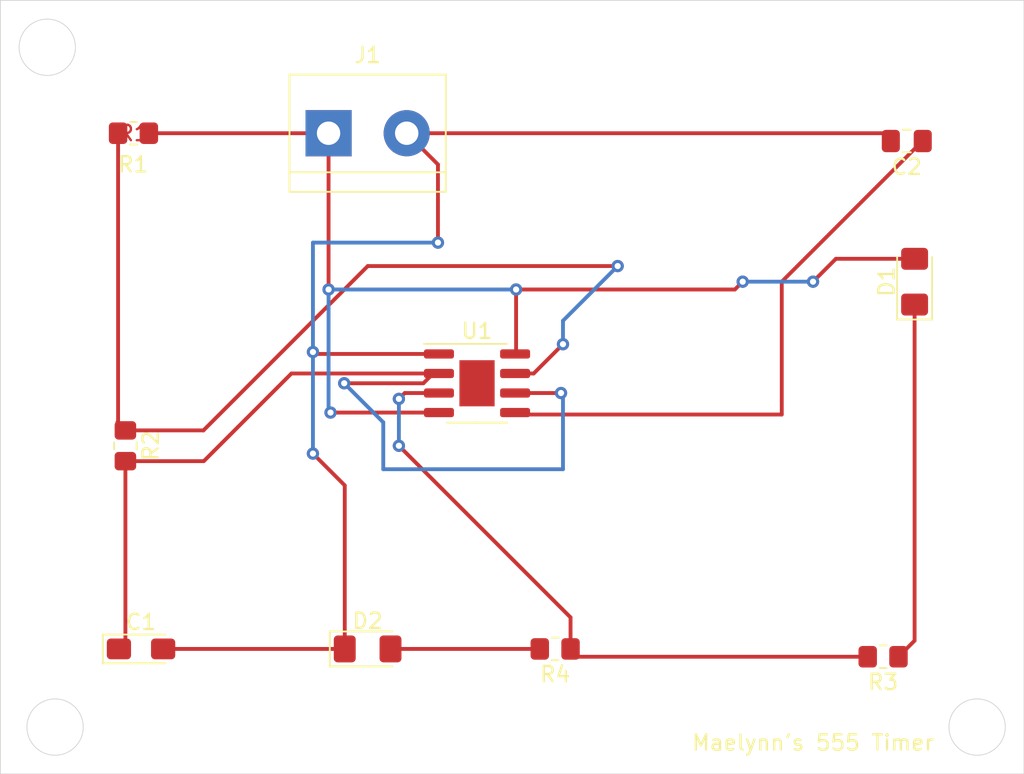
<source format=kicad_pcb>
(kicad_pcb (version 20211014) (generator pcbnew)
  (layers (0 "F.Cu" signal) (31 "B.Cu" signal) (34 "B.Paste" user) (35 "F.Paste" user) (36 "B.SilkS" user "B.Silkscreen") (37 "F.SilkS" user "F.Silkscreen") (38 "B.Mask" user) (39 "F.Mask" user) (44 "Edge.Cuts" user))
  (net 0 "")
  (net 1 "/pin_2")
  (net 2 "GND")
  (net 3 "Net-(C2-Pad1)")
  (net 4 "Net-(D1-Pad1)")
  (net 5 "+9V")
  (net 6 "Net-(D2-Pad2)")
  (net 7 "/pin_7")
  (net 8 "/pin_3")
  (footprint "Resistor_SMD:R_0805_2012Metric_Pad1.20x1.40mm_HandSolder" (layer "F.Cu") (at 180.324 114.808 180)
    (fp_text reference "R3" (at 0 -1.65) (layer "F.SilkS"))
    (fp_text value "1k")
    (fp_line (start -0.227064 -0.735) (end 0.227064 -0.735) (layer "F.SilkS") (width 0.12))
    (fp_line (start -0.227064 0.735) (end 0.227064 0.735) (layer "F.SilkS") (width 0.12))
    (pad "1" smd roundrect (at -1 0 180) (size 1.2 1.4) (layers "F.Cu" "F.Paste" "F.Mask") (roundrect_rratio 0.208333) (net 4 "Net-(D1-Pad1)"))
    (pad "2" smd roundrect (at 1 0 180) (size 1.2 1.4) (layers "F.Cu" "F.Paste" "F.Mask") (roundrect_rratio 0.208333) (net 8 "/pin_3"))
  )
  (footprint "Capacitor_SMD:C_0805_2012Metric_Pad1.18x1.45mm_HandSolder" (layer "F.Cu") (at 181.864 81.28 180)
    (fp_text reference "C2" (at 0 -1.68) (layer "F.SilkS"))
    (fp_text value "0.01 μF")
    (fp_line (start -0.261252 0.735) (end 0.261252 0.735) (layer "F.SilkS") (width 0.12))
    (fp_line (start -0.261252 -0.735) (end 0.261252 -0.735) (layer "F.SilkS") (width 0.12))
    (pad "1" smd roundrect (at -1.0375 0 180) (size 1.175 1.45) (layers "F.Cu" "F.Paste" "F.Mask") (roundrect_rratio 0.212766) (net 3 "Net-(C2-Pad1)"))
    (pad "2" smd roundrect (at 1.0375 0 180) (size 1.175 1.45) (layers "F.Cu" "F.Paste" "F.Mask") (roundrect_rratio 0.212766) (net 2 "GND"))
  )
  (footprint "Resistor_SMD:R_0805_2012Metric_Pad1.20x1.40mm_HandSolder" (layer "F.Cu") (at 159.004 114.3 180)
    (fp_text reference "R4" (at 0 -1.65) (layer "F.SilkS"))
    (fp_text value "1k")
    (fp_line (start -0.227064 0.735) (end 0.227064 0.735) (layer "F.SilkS") (width 0.12))
    (fp_line (start -0.227064 -0.735) (end 0.227064 -0.735) (layer "F.SilkS") (width 0.12))
    (pad "1" smd roundrect (at -1 0 180) (size 1.2 1.4) (layers "F.Cu" "F.Paste" "F.Mask") (roundrect_rratio 0.208333) (net 8 "/pin_3"))
    (pad "2" smd roundrect (at 1 0 180) (size 1.2 1.4) (layers "F.Cu" "F.Paste" "F.Mask") (roundrect_rratio 0.208333) (net 6 "Net-(D2-Pad2)"))
  )
  (footprint "TerminalBlock:TerminalBlock_bornier-2_P5.08mm" (layer "F.Cu") (at 144.272 80.772)
    (fp_text reference "J1" (at 2.54 -5.08) (layer "F.SilkS"))
    (fp_text value " ")
    (fp_line (start 7.62 3.81) (end 7.62 -3.81) (layer "F.SilkS") (width 0.12))
    (fp_line (start -2.54 -3.81) (end -2.54 3.81) (layer "F.SilkS") (width 0.12))
    (fp_line (start 7.62 -3.81) (end -2.54 -3.81) (layer "F.SilkS") (width 0.12))
    (fp_line (start 7.62 2.54) (end -2.54 2.54) (layer "F.SilkS") (width 0.12))
    (fp_line (start -2.54 3.81) (end 7.62 3.81) (layer "F.SilkS") (width 0.12))
    (pad "1" thru_hole rect (at 0 0) (size 3 3) (drill 1.52) (layers *.Cu *.Mask) (net 5 "+9V"))
    (pad "2" thru_hole circle (at 5.08 0) (size 3 3) (drill 1.52) (layers *.Cu *.Mask) (net 2 "GND"))
  )
  (footprint "Resistor_SMD:R_0805_2012Metric_Pad1.20x1.40mm_HandSolder" (layer "F.Cu") (at 131.588 80.772 180)
    (fp_text reference "R1" (at 0 0) (layer "F.Cu"))
    (fp_text value "1k")
    (fp_line (start -0.227064 0.735) (end 0.227064 0.735) (layer "F.SilkS") (width 0.12))
    (fp_line (start -0.227064 -0.735) (end 0.227064 -0.735) (layer "F.SilkS") (width 0.12))
    (pad "1" smd roundrect (at -1 0 180) (size 1.2 1.4) (layers "F.Cu" "F.Paste" "F.Mask") (roundrect_rratio 0.208333) (net 5 "+9V"))
    (pad "2" smd roundrect (at 1 0 180) (size 1.2 1.4) (layers "F.Cu" "F.Paste" "F.Mask") (roundrect_rratio 0.208333) (net 7 "/pin_7"))
  )
  (footprint "Package_SO:SOIC-8-1EP_3.9x4.9mm_P1.27mm_EP2.29x3mm" (layer "F.Cu") (at 153.924 97.028)
    (fp_text reference "U1" (at 0 -3.4) (layer "F.SilkS"))
    (fp_text value " ")
    (fp_line (start 0 -2.56) (end 1.95 -2.56) (layer "F.SilkS") (width 0.12))
    (fp_line (start 0 2.56) (end 1.95 2.56) (layer "F.SilkS") (width 0.12))
    (fp_line (start 0 -2.56) (end -3.45 -2.56) (layer "F.SilkS") (width 0.12))
    (fp_line (start 0 2.56) (end -1.95 2.56) (layer "F.SilkS") (width 0.12))
    (pad "1" smd roundrect (at -2.475 -1.905) (size 1.95 0.6) (layers "F.Cu" "F.Paste" "F.Mask") (net 2 "GND"))
    (pad "2" smd roundrect (at -2.475 -0.635) (size 1.95 0.6) (layers "F.Cu" "F.Paste" "F.Mask") (net 1 "/pin_2"))
    (pad "3" smd roundrect (at -2.475 0.635) (size 1.95 0.6) (layers "F.Cu" "F.Paste" "F.Mask") (net 8 "/pin_3"))
    (pad "4" smd roundrect (at -2.475 1.905) (size 1.95 0.6) (layers "F.Cu" "F.Paste" "F.Mask") (net 5 "+9V"))
    (pad "5" smd roundrect (at 2.475 1.905) (size 1.95 0.6) (layers "F.Cu" "F.Paste" "F.Mask") (net 3 "Net-(C2-Pad1)"))
    (pad "6" smd roundrect (at 2.475 0.635) (size 1.95 0.6) (layers "F.Cu" "F.Paste" "F.Mask") (net 1 "/pin_2"))
    (pad "7" smd roundrect (at 2.475 -0.635) (size 1.95 0.6) (layers "F.Cu" "F.Paste" "F.Mask") (net 7 "/pin_7"))
    (pad "8" smd roundrect (at 2.475 -1.905) (size 1.95 0.6) (layers "F.Cu" "F.Paste" "F.Mask") (net 5 "+9V"))
    (pad "9" smd rect (at 0 0) (size 2.29 3) (layers "F.Cu" "F.Mask"))
  )
  (footprint "LED_SMD:LED_1206_3216Metric_Pad1.42x1.75mm_HandSolder" (layer "F.Cu") (at 146.812 114.3)
    (fp_text reference "D2" (at 0 -1.82) (layer "F.SilkS"))
    (fp_text value "LED")
    (fp_line (start -2.46 1.135) (end 1.6 1.135) (layer "F.SilkS") (width 0.12))
    (fp_line (start 1.6 -1.135) (end -2.46 -1.135) (layer "F.SilkS") (width 0.12))
    (fp_line (start -2.46 -1.135) (end -2.46 1.135) (layer "F.SilkS") (width 0.12))
    (pad "1" smd roundrect (at -1.4875 0) (size 1.425 1.75) (layers "F.Cu" "F.Paste" "F.Mask") (roundrect_rratio 0.175439) (net 2 "GND"))
    (pad "2" smd roundrect (at 1.4875 0) (size 1.425 1.75) (layers "F.Cu" "F.Paste" "F.Mask") (roundrect_rratio 0.175439) (net 6 "Net-(D2-Pad2)"))
  )
  (footprint "LED_SMD:LED_1206_3216Metric_Pad1.42x1.75mm_HandSolder" (layer "F.Cu") (at 182.372 90.424 90)
    (fp_text reference "D1" (at 0 -1.82 90) (layer "F.SilkS"))
    (fp_text value "LED")
    (fp_line (start -2.46 1.135) (end 1.6 1.135) (layer "F.SilkS") (width 0.12))
    (fp_line (start -2.46 -1.135) (end -2.46 1.135) (layer "F.SilkS") (width 0.12))
    (fp_line (start 1.6 -1.135) (end -2.46 -1.135) (layer "F.SilkS") (width 0.12))
    (pad "1" smd roundrect (at -1.4875 0 90) (size 1.425 1.75) (layers "F.Cu" "F.Paste" "F.Mask") (roundrect_rratio 0.175439) (net 4 "Net-(D1-Pad1)"))
    (pad "2" smd roundrect (at 1.4875 0 90) (size 1.425 1.75) (layers "F.Cu" "F.Paste" "F.Mask") (roundrect_rratio 0.175439) (net 5 "+9V"))
  )
  (footprint "Capacitor_Tantalum_SMD:CP_EIA-3216-18_Kemet-A_Pad1.58x1.35mm_HandSolder" (layer "F.Cu") (at 132.08 114.3)
    (fp_text reference "C1" (at 0 -1.75) (layer "F.SilkS"))
    (fp_text value "10 μF")
    (fp_line (start -2.485 -0.935) (end -2.485 0.935) (layer "F.SilkS") (width 0.12))
    (fp_line (start -2.485 0.935) (end 1.6 0.935) (layer "F.SilkS") (width 0.12))
    (fp_line (start 1.6 -0.935) (end -2.485 -0.935) (layer "F.SilkS") (width 0.12))
    (pad "1" smd roundrect (at -1.4375 0) (size 1.575 1.35) (layers "F.Cu" "F.Paste" "F.Mask") (roundrect_rratio 0.185185) (net 1 "/pin_2"))
    (pad "2" smd roundrect (at 1.4375 0) (size 1.575 1.35) (layers "F.Cu" "F.Paste" "F.Mask") (roundrect_rratio 0.185185) (net 2 "GND"))
  )
  (footprint "Resistor_SMD:R_0805_2012Metric_Pad1.20x1.40mm_HandSolder" (layer "F.Cu") (at 131.064 101.092 -90)
    (fp_text reference "R2" (at 0 -1.65 90) (layer "F.SilkS"))
    (fp_text value "10k")
    (fp_line (start -0.227064 -0.735) (end 0.227064 -0.735) (layer "F.SilkS") (width 0.12))
    (fp_line (start -0.227064 0.735) (end 0.227064 0.735) (layer "F.SilkS") (width 0.12))
    (pad "1" smd roundrect (at -1 0 270) (size 1.2 1.4) (layers "F.Cu" "F.Paste" "F.Mask") (roundrect_rratio 0.208333) (net 7 "/pin_7"))
    (pad "2" smd roundrect (at 1 0 270) (size 1.2 1.4) (layers "F.Cu" "F.Paste" "F.Mask") (roundrect_rratio 0.208333) (net 1 "/pin_2"))
  )
  (gr_circle (center 125.984 75.184) (end 127 76.708) (layer "Edge.Cuts") (width 0.05) (fill none))
  (gr_rect (start 122.936 72.136) (end 189.484 122.428) (layer "Edge.Cuts") (width 0.05) (fill none))
  (gr_circle (center 186.436 119.38) (end 187.452 120.904) (layer "Edge.Cuts") (width 0.05) (fill none))
  (gr_circle (center 126.492 119.38) (end 127.508 120.904) (layer "Edge.Cuts") (width 0.05) (fill none))
  (gr_text "R1" (at 131.572 82.804) (layer "F.SilkS") (effects (font (size 1 1))))
  (gr_text "Maelynn's 555 Timer" (at 175.768 120.396) (layer "F.SilkS") (effects (font (size 1 1))))
  (segment (start 141.859 96.393) (end 151.449 96.393) (width 0.25) (layer "F.Cu") (net 1))
  (segment (start 131.064 113.8785) (end 130.6425 114.3) (width 0.25) (layer "F.Cu") (net 1))
  (segment (start 131.064 102.092) (end 136.16 102.092) (width 0.25) (layer "F.Cu") (net 1))
  (segment (start 145.288 97.028) (end 150.437249 97.028) (width 0.25) (layer "F.Cu") (net 1))
  (segment (start 151.072249 96.393) (end 151.449 96.393) (width 0.25) (layer "F.Cu") (net 1))
  (segment (start 136.16 102.092) (end 141.859 96.393) (width 0.25) (layer "F.Cu") (net 1))
  (segment (start 131.064 102.092) (end 131.064 113.8785) (width 0.25) (layer "F.Cu") (net 1))
  (segment (start 150.437249 97.028) (end 151.072249 96.393) (width 0.25) (layer "F.Cu") (net 1))
  (segment (start 156.399 97.663) (end 159.385 97.663) (width 0.25) (layer "F.Cu") (net 1))
  (via (at 145.288 97.028) (size 0.8) (drill 0.4) (layers "F.Cu" "B.Cu") (net 1))
  (via (at 159.385 97.663) (size 0.8) (drill 0.4) (layers "F.Cu" "B.Cu") (net 1))
  (segment (start 159.512 102.616) (end 159.512 97.79) (width 0.25) (layer "B.Cu") (net 1))
  (segment (start 147.828 102.616) (end 159.512 102.616) (width 0.25) (layer "B.Cu") (net 1))
  (segment (start 147.828 99.568) (end 147.828 102.616) (width 0.25) (layer "B.Cu") (net 1))
  (segment (start 145.288 97.028) (end 147.828 99.568) (width 0.25) (layer "B.Cu") (net 1))
  (segment (start 159.512 97.79) (end 159.385 97.663) (width 0.25) (layer "B.Cu") (net 1))
  (segment (start 151.384 82.804) (end 151.384 87.884) (width 0.25) (layer "F.Cu") (net 2))
  (segment (start 151.449 95.123) (end 143.383 95.123) (width 0.25) (layer "F.Cu") (net 2))
  (segment (start 145.3245 103.6685) (end 143.256 101.6) (width 0.25) (layer "F.Cu") (net 2))
  (segment (start 180.8265 81.28) (end 180.3185 80.772) (width 0.25) (layer "F.Cu") (net 2))
  (segment (start 145.3245 114.3) (end 133.5175 114.3) (width 0.25) (layer "F.Cu") (net 2))
  (segment (start 149.352 80.772) (end 151.384 82.804) (width 0.25) (layer "F.Cu") (net 2))
  (segment (start 180.3185 80.772) (end 149.352 80.772) (width 0.25) (layer "F.Cu") (net 2))
  (segment (start 145.3245 114.3) (end 145.3245 103.6685) (width 0.25) (layer "F.Cu") (net 2))
  (segment (start 143.383 95.123) (end 143.256 94.996) (width 0.25) (layer "F.Cu") (net 2))
  (via (at 143.256 101.6) (size 0.8) (drill 0.4) (layers "F.Cu" "B.Cu") (net 2))
  (via (at 143.256 94.996) (size 0.8) (drill 0.4) (layers "F.Cu" "B.Cu") (net 2))
  (via (at 151.384 87.884) (size 0.8) (drill 0.4) (layers "F.Cu" "B.Cu") (net 2))
  (segment (start 143.256 87.884) (end 143.256 94.996) (width 0.25) (layer "B.Cu") (net 2))
  (segment (start 143.256 94.996) (end 143.256 101.6) (width 0.25) (layer "B.Cu") (net 2))
  (segment (start 151.384 87.884) (end 143.256 87.884) (width 0.25) (layer "B.Cu") (net 2))
  (segment (start 173.736 99.06) (end 156.526 99.06) (width 0.25) (layer "F.Cu") (net 3))
  (segment (start 156.526 99.06) (end 156.399 98.933) (width 0.25) (layer "F.Cu") (net 3))
  (segment (start 182.88 81.28) (end 173.736 90.424) (width 0.25) (layer "F.Cu") (net 3))
  (segment (start 173.736 90.424) (end 173.736 99.06) (width 0.25) (layer "F.Cu") (net 3))
  (segment (start 182.9015 81.28) (end 182.88 81.28) (width 0.25) (layer "F.Cu") (net 3))
  (segment (start 182.372 113.76) (end 181.324 114.808) (width 0.25) (layer "F.Cu") (net 4))
  (segment (start 182.372 91.9115) (end 182.372 113.76) (width 0.25) (layer "F.Cu") (net 4))
  (segment (start 144.272 80.772) (end 144.272 90.932) (width 0.25) (layer "F.Cu") (net 5))
  (segment (start 170.688 90.932) (end 171.196 90.424) (width 0.25) (layer "F.Cu") (net 5))
  (segment (start 151.449 98.933) (end 144.399 98.933) (width 0.25) (layer "F.Cu") (net 5))
  (segment (start 182.372 88.9365) (end 177.2555 88.9365) (width 0.25) (layer "F.Cu") (net 5))
  (segment (start 177.2555 88.9365) (end 175.768 90.424) (width 0.25) (layer "F.Cu") (net 5))
  (segment (start 156.464 95.058) (end 156.464 90.932) (width 0.25) (layer "F.Cu") (net 5))
  (segment (start 156.464 90.932) (end 170.688 90.932) (width 0.25) (layer "F.Cu") (net 5))
  (segment (start 156.399 95.123) (end 156.464 95.058) (width 0.25) (layer "F.Cu") (net 5))
  (segment (start 144.272 80.772) (end 132.588 80.772) (width 0.25) (layer "F.Cu") (net 5))
  (via (at 156.464 90.932) (size 0.8) (drill 0.4) (layers "F.Cu" "B.Cu") (net 5))
  (via (at 144.272 90.932) (size 0.8) (drill 0.4) (layers "F.Cu" "B.Cu") (net 5))
  (via (at 175.768 90.424) (size 0.8) (drill 0.4) (layers "F.Cu" "B.Cu") (net 5))
  (via (at 171.196 90.424) (size 0.8) (drill 0.4) (layers "F.Cu" "B.Cu") (net 5))
  (via (at 144.399 98.933) (size 0.8) (drill 0.4) (layers "F.Cu" "B.Cu") (net 5))
  (segment (start 144.272 90.932) (end 144.272 98.806) (width 0.25) (layer "B.Cu") (net 5))
  (segment (start 156.464 90.932) (end 144.272 90.932) (width 0.25) (layer "B.Cu") (net 5))
  (segment (start 171.196 90.424) (end 175.768 90.424) (width 0.25) (layer "B.Cu") (net 5))
  (segment (start 144.272 98.806) (end 144.399 98.933) (width 0.25) (layer "B.Cu") (net 5))
  (segment (start 148.2995 114.3) (end 158.004 114.3) (width 0.25) (layer "F.Cu") (net 6))
  (segment (start 156.399 96.393) (end 157.607 96.393) (width 0.25) (layer "F.Cu") (net 7))
  (segment (start 130.588 80.772) (end 130.588 99.616) (width 0.25) (layer "F.Cu") (net 7))
  (segment (start 130.54 99.568) (end 131.064 100.092) (width 0.25) (layer "F.Cu") (net 7))
  (segment (start 157.607 96.393) (end 159.512 94.488) (width 0.25) (layer "F.Cu") (net 7))
  (segment (start 131.064 100.092) (end 136.137305 100.092) (width 0.25) (layer "F.Cu") (net 7))
  (segment (start 130.588 99.616) (end 131.064 100.092) (width 0.25) (layer "F.Cu") (net 7))
  (segment (start 136.137305 100.092) (end 146.821305 89.408) (width 0.25) (layer "F.Cu") (net 7))
  (segment (start 146.821305 89.408) (end 163.068 89.408) (width 0.25) (layer "F.Cu") (net 7))
  (via (at 159.512 94.488) (size 0.8) (drill 0.4) (layers "F.Cu" "B.Cu") (net 7))
  (via (at 163.068 89.408) (size 0.8) (drill 0.4) (layers "F.Cu" "B.Cu") (net 7))
  (segment (start 163.068 89.408) (end 159.512 92.964) (width 0.25) (layer "B.Cu") (net 7))
  (segment (start 159.512 92.964) (end 159.512 94.488) (width 0.25) (layer "B.Cu") (net 7))
  (segment (start 160.512 114.808) (end 160.004 114.3) (width 0.25) (layer "F.Cu") (net 8))
  (segment (start 151.449 97.663) (end 149.225 97.663) (width 0.25) (layer "F.Cu") (net 8))
  (segment (start 160.004 112.252) (end 148.844 101.092) (width 0.25) (layer "F.Cu") (net 8))
  (segment (start 160.004 114.3) (end 160.004 112.252) (width 0.25) (layer "F.Cu") (net 8))
  (segment (start 179.324 114.808) (end 160.512 114.808) (width 0.25) (layer "F.Cu") (net 8))
  (segment (start 149.225 97.663) (end 148.844 98.044) (width 0.25) (layer "F.Cu") (net 8))
  (via (at 148.844 98.044) (size 0.8) (drill 0.4) (layers "F.Cu" "B.Cu") (net 8))
  (via (at 148.844 101.092) (size 0.8) (drill 0.4) (layers "F.Cu" "B.Cu") (net 8))
  (segment (start 148.844 98.044) (end 148.844 101.092) (width 0.25) (layer "B.Cu") (net 8))
)
</source>
